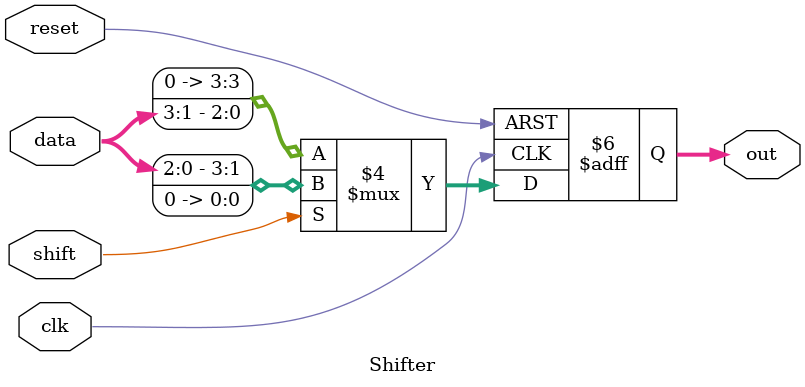
<source format=sv>
`timescale 1ns / 1ps
module Shifter(
  input wire [3:0] data,  
  input wire shift,  // Direction control: 1 for left, 0 for right
  input wire clk,           
  input wire reset,         
  output reg [3:0] out 
);

  always @(posedge clk or negedge reset) begin
    if (!reset)
      out <= 4'b0000; // Reset the output
    else if (shift)
      out <= {data[2:0], 1'b0}; // Left shift
    else
      out <= {1'b0, data[3:1]}; // Right shift
  end

endmodule

</source>
